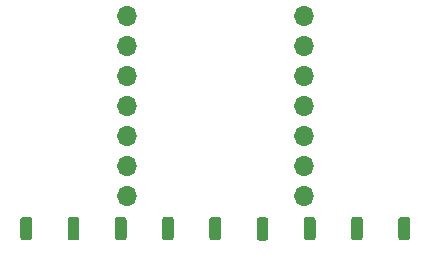
<source format=gts>
%TF.GenerationSoftware,KiCad,Pcbnew,(5.1.9)-1*%
%TF.CreationDate,2021-08-22T22:08:55+09:00*%
%TF.ProjectId,negcon_converter,6e656763-6f6e-45f6-936f-6e7665727465,rev?*%
%TF.SameCoordinates,Original*%
%TF.FileFunction,Soldermask,Top*%
%TF.FilePolarity,Negative*%
%FSLAX46Y46*%
G04 Gerber Fmt 4.6, Leading zero omitted, Abs format (unit mm)*
G04 Created by KiCad (PCBNEW (5.1.9)-1) date 2021-08-22 22:08:55*
%MOMM*%
%LPD*%
G01*
G04 APERTURE LIST*
%ADD10O,1.700000X1.700000*%
G04 APERTURE END LIST*
D10*
%TO.C,REF\u002A\u002A*%
X117500000Y-106240000D03*
X117500000Y-103700000D03*
X117500000Y-101160000D03*
X117500000Y-98620000D03*
X117500000Y-96080000D03*
X117500000Y-93540000D03*
X117500000Y-91000000D03*
%TD*%
%TO.C,REF\u002A\u002A*%
X102500000Y-106240000D03*
X102500000Y-103700000D03*
X102500000Y-101160000D03*
X102500000Y-98620000D03*
X102500000Y-96080000D03*
X102500000Y-93540000D03*
X102500000Y-91000000D03*
%TD*%
%TO.C,DAT*%
G36*
G01*
X125500000Y-109714631D02*
X125500000Y-108214631D01*
G75*
G02*
X125750000Y-107964631I250000J0D01*
G01*
X126250000Y-107964631D01*
G75*
G02*
X126500000Y-108214631I0J-250000D01*
G01*
X126500000Y-109714631D01*
G75*
G02*
X126250000Y-109964631I-250000J0D01*
G01*
X125750000Y-109964631D01*
G75*
G02*
X125500000Y-109714631I0J250000D01*
G01*
G37*
%TD*%
%TO.C,CMD*%
G36*
G01*
X121500000Y-109714631D02*
X121500000Y-108214631D01*
G75*
G02*
X121750000Y-107964631I250000J0D01*
G01*
X122250000Y-107964631D01*
G75*
G02*
X122500000Y-108214631I0J-250000D01*
G01*
X122500000Y-109714631D01*
G75*
G02*
X122250000Y-109964631I-250000J0D01*
G01*
X121750000Y-109964631D01*
G75*
G02*
X121500000Y-109714631I0J250000D01*
G01*
G37*
%TD*%
%TO.C,+7.6V*%
G36*
G01*
X117500000Y-109714631D02*
X117500000Y-108214631D01*
G75*
G02*
X117750000Y-107964631I250000J0D01*
G01*
X118250000Y-107964631D01*
G75*
G02*
X118500000Y-108214631I0J-250000D01*
G01*
X118500000Y-109714631D01*
G75*
G02*
X118250000Y-109964631I-250000J0D01*
G01*
X117750000Y-109964631D01*
G75*
G02*
X117500000Y-109714631I0J250000D01*
G01*
G37*
%TD*%
%TO.C,GND*%
G36*
G01*
X113500000Y-109750000D02*
X113500000Y-108250000D01*
G75*
G02*
X113750000Y-108000000I250000J0D01*
G01*
X114250000Y-108000000D01*
G75*
G02*
X114500000Y-108250000I0J-250000D01*
G01*
X114500000Y-109750000D01*
G75*
G02*
X114250000Y-110000000I-250000J0D01*
G01*
X113750000Y-110000000D01*
G75*
G02*
X113500000Y-109750000I0J250000D01*
G01*
G37*
%TD*%
%TO.C,VCC*%
G36*
G01*
X109500000Y-109714631D02*
X109500000Y-108214631D01*
G75*
G02*
X109750000Y-107964631I250000J0D01*
G01*
X110250000Y-107964631D01*
G75*
G02*
X110500000Y-108214631I0J-250000D01*
G01*
X110500000Y-109714631D01*
G75*
G02*
X110250000Y-109964631I-250000J0D01*
G01*
X109750000Y-109964631D01*
G75*
G02*
X109500000Y-109714631I0J250000D01*
G01*
G37*
%TD*%
%TO.C,ATT*%
G36*
G01*
X105500000Y-109714631D02*
X105500000Y-108214631D01*
G75*
G02*
X105750000Y-107964631I250000J0D01*
G01*
X106250000Y-107964631D01*
G75*
G02*
X106500000Y-108214631I0J-250000D01*
G01*
X106500000Y-109714631D01*
G75*
G02*
X106250000Y-109964631I-250000J0D01*
G01*
X105750000Y-109964631D01*
G75*
G02*
X105500000Y-109714631I0J250000D01*
G01*
G37*
%TD*%
%TO.C,CLK*%
G36*
G01*
X101500000Y-109714631D02*
X101500000Y-108214631D01*
G75*
G02*
X101750000Y-107964631I250000J0D01*
G01*
X102250000Y-107964631D01*
G75*
G02*
X102500000Y-108214631I0J-250000D01*
G01*
X102500000Y-109714631D01*
G75*
G02*
X102250000Y-109964631I-250000J0D01*
G01*
X101750000Y-109964631D01*
G75*
G02*
X101500000Y-109714631I0J250000D01*
G01*
G37*
%TD*%
%TO.C,NC*%
G36*
G01*
X97500000Y-109714631D02*
X97500000Y-108214631D01*
G75*
G02*
X97750000Y-107964631I250000J0D01*
G01*
X98250000Y-107964631D01*
G75*
G02*
X98500000Y-108214631I0J-250000D01*
G01*
X98500000Y-109714631D01*
G75*
G02*
X98250000Y-109964631I-250000J0D01*
G01*
X97750000Y-109964631D01*
G75*
G02*
X97500000Y-109714631I0J250000D01*
G01*
G37*
%TD*%
%TO.C,ACK*%
G36*
G01*
X93500000Y-109714631D02*
X93500000Y-108214631D01*
G75*
G02*
X93750000Y-107964631I250000J0D01*
G01*
X94250000Y-107964631D01*
G75*
G02*
X94500000Y-108214631I0J-250000D01*
G01*
X94500000Y-109714631D01*
G75*
G02*
X94250000Y-109964631I-250000J0D01*
G01*
X93750000Y-109964631D01*
G75*
G02*
X93500000Y-109714631I0J250000D01*
G01*
G37*
%TD*%
M02*

</source>
